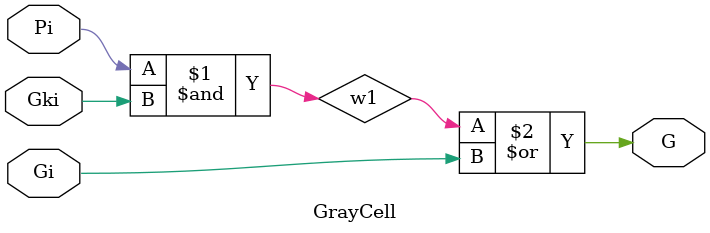
<source format=v>
module GrayCell(Pi, Gi, Gki, G);
  input Pi, Gi, Gki;
  output G;
  
  wire G;
  
  wire w1, w2;
  
  and(w1, Pi, Gki);
  or(G, w1, Gi);
  
endmodule

</source>
